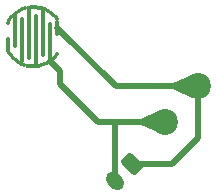
<source format=gbr>
%TF.GenerationSoftware,KiCad,Pcbnew,7.0.9*%
%TF.CreationDate,2023-12-20T17:36:05-07:00*%
%TF.ProjectId,vb_controller_shoulder_right_pcb,76625f63-6f6e-4747-926f-6c6c65725f73,4a*%
%TF.SameCoordinates,Original*%
%TF.FileFunction,Copper,L1,Top*%
%TF.FilePolarity,Positive*%
%FSLAX46Y46*%
G04 Gerber Fmt 4.6, Leading zero omitted, Abs format (unit mm)*
G04 Created by KiCad (PCBNEW 7.0.9) date 2023-12-20 17:36:05*
%MOMM*%
%LPD*%
G01*
G04 APERTURE LIST*
G04 Aperture macros list*
%AMRoundRect*
0 Rectangle with rounded corners*
0 $1 Rounding radius*
0 $2 $3 $4 $5 $6 $7 $8 $9 X,Y pos of 4 corners*
0 Add a 4 corners polygon primitive as box body*
4,1,4,$2,$3,$4,$5,$6,$7,$8,$9,$2,$3,0*
0 Add four circle primitives for the rounded corners*
1,1,$1+$1,$2,$3*
1,1,$1+$1,$4,$5*
1,1,$1+$1,$6,$7*
1,1,$1+$1,$8,$9*
0 Add four rect primitives between the rounded corners*
20,1,$1+$1,$2,$3,$4,$5,0*
20,1,$1+$1,$4,$5,$6,$7,0*
20,1,$1+$1,$6,$7,$8,$9,0*
20,1,$1+$1,$8,$9,$2,$3,0*%
%AMHorizOval*
0 Thick line with rounded ends*
0 $1 width*
0 $2 $3 position (X,Y) of the first rounded end (center of the circle)*
0 $4 $5 position (X,Y) of the second rounded end (center of the circle)*
0 Add line between two ends*
20,1,$1,$2,$3,$4,$5,0*
0 Add two circle primitives to create the rounded ends*
1,1,$1,$2,$3*
1,1,$1,$4,$5*%
%AMRotRect*
0 Rectangle, with rotation*
0 The origin of the aperture is its center*
0 $1 length*
0 $2 width*
0 $3 Rotation angle, in degrees counterclockwise*
0 Add horizontal line*
21,1,$1,$2,0,0,$3*%
G04 Aperture macros list end*
%TA.AperFunction,SMDPad,CuDef*%
%ADD10RotRect,0.300000X0.300000X271.239585*%
%TD*%
%TA.AperFunction,SMDPad,CuDef*%
%ADD11RotRect,0.300000X0.300000X264.753270*%
%TD*%
%TA.AperFunction,SMDPad,CuDef*%
%ADD12RotRect,0.300000X0.300000X277.725900*%
%TD*%
%TA.AperFunction,SMDPad,CuDef*%
%ADD13RotRect,0.300000X0.300000X258.266956*%
%TD*%
%TA.AperFunction,SMDPad,CuDef*%
%ADD14RotRect,0.300000X0.300000X284.212214*%
%TD*%
%TA.AperFunction,SMDPad,CuDef*%
%ADD15RotRect,0.300000X0.300000X251.780641*%
%TD*%
%TA.AperFunction,SMDPad,CuDef*%
%ADD16RotRect,0.300000X0.300000X290.698529*%
%TD*%
%TA.AperFunction,SMDPad,CuDef*%
%ADD17RotRect,0.300000X0.300000X245.294326*%
%TD*%
%TA.AperFunction,SMDPad,CuDef*%
%ADD18RotRect,0.300000X0.300000X297.184844*%
%TD*%
%TA.AperFunction,SMDPad,CuDef*%
%ADD19RotRect,0.300000X0.300000X238.808012*%
%TD*%
%TA.AperFunction,SMDPad,CuDef*%
%ADD20RotRect,0.300000X0.300000X303.671158*%
%TD*%
%TA.AperFunction,SMDPad,CuDef*%
%ADD21RotRect,0.300000X0.300000X232.321697*%
%TD*%
%TA.AperFunction,SMDPad,CuDef*%
%ADD22RotRect,0.300000X0.300000X310.157473*%
%TD*%
%TA.AperFunction,SMDPad,CuDef*%
%ADD23RotRect,0.300000X0.300000X225.835382*%
%TD*%
%TA.AperFunction,SMDPad,CuDef*%
%ADD24RotRect,0.300000X0.300000X316.643788*%
%TD*%
%TA.AperFunction,SMDPad,CuDef*%
%ADD25RotRect,0.300000X0.300000X219.349068*%
%TD*%
%TA.AperFunction,SMDPad,CuDef*%
%ADD26RotRect,0.300000X0.300000X323.130102*%
%TD*%
%TA.AperFunction,SMDPad,CuDef*%
%ADD27RotRect,0.300000X0.300000X212.862753*%
%TD*%
%TA.AperFunction,SMDPad,CuDef*%
%ADD28RotRect,0.300000X0.300000X208.357637*%
%TD*%
%TA.AperFunction,SMDPad,CuDef*%
%ADD29O,0.300000X1.187434*%
%TD*%
%TA.AperFunction,SMDPad,CuDef*%
%ADD30O,0.300000X3.377409*%
%TD*%
%TA.AperFunction,SMDPad,CuDef*%
%ADD31O,0.300000X3.967623*%
%TD*%
%TA.AperFunction,SMDPad,CuDef*%
%ADD32O,0.300000X4.506459*%
%TD*%
%TA.AperFunction,SMDPad,CuDef*%
%ADD33O,0.300000X4.434032*%
%TD*%
%TA.AperFunction,SMDPad,CuDef*%
%ADD34O,0.300000X4.169127*%
%TD*%
%TA.AperFunction,SMDPad,CuDef*%
%ADD35O,0.300000X2.937844*%
%TD*%
%TA.AperFunction,SMDPad,CuDef*%
%ADD36O,0.300000X1.500000*%
%TD*%
%TA.AperFunction,SMDPad,CuDef*%
%ADD37RotRect,0.300000X0.300000X151.642363*%
%TD*%
%TA.AperFunction,SMDPad,CuDef*%
%ADD38RotRect,0.300000X0.300000X145.156049*%
%TD*%
%TA.AperFunction,SMDPad,CuDef*%
%ADD39RotRect,0.300000X0.300000X36.869898*%
%TD*%
%TA.AperFunction,SMDPad,CuDef*%
%ADD40RotRect,0.300000X0.300000X138.669734*%
%TD*%
%TA.AperFunction,SMDPad,CuDef*%
%ADD41RotRect,0.300000X0.300000X41.375014*%
%TD*%
%TA.AperFunction,SMDPad,CuDef*%
%ADD42RotRect,0.300000X0.300000X132.183419*%
%TD*%
%TA.AperFunction,SMDPad,CuDef*%
%ADD43RotRect,0.300000X0.300000X47.861329*%
%TD*%
%TA.AperFunction,SMDPad,CuDef*%
%ADD44RotRect,0.300000X0.300000X125.697105*%
%TD*%
%TA.AperFunction,SMDPad,CuDef*%
%ADD45RotRect,0.300000X0.300000X54.347643*%
%TD*%
%TA.AperFunction,SMDPad,CuDef*%
%ADD46RotRect,0.300000X0.300000X119.210790*%
%TD*%
%TA.AperFunction,SMDPad,CuDef*%
%ADD47RotRect,0.300000X0.300000X60.833958*%
%TD*%
%TA.AperFunction,SMDPad,CuDef*%
%ADD48RotRect,0.300000X0.300000X112.724475*%
%TD*%
%TA.AperFunction,SMDPad,CuDef*%
%ADD49RotRect,0.300000X0.300000X67.320273*%
%TD*%
%TA.AperFunction,SMDPad,CuDef*%
%ADD50RotRect,0.300000X0.300000X106.238161*%
%TD*%
%TA.AperFunction,SMDPad,CuDef*%
%ADD51RotRect,0.300000X0.300000X73.806588*%
%TD*%
%TA.AperFunction,SMDPad,CuDef*%
%ADD52RotRect,0.300000X0.300000X99.751846*%
%TD*%
%TA.AperFunction,SMDPad,CuDef*%
%ADD53RotRect,0.300000X0.300000X80.292902*%
%TD*%
%TA.AperFunction,SMDPad,CuDef*%
%ADD54RotRect,0.300000X0.300000X93.265531*%
%TD*%
%TA.AperFunction,SMDPad,CuDef*%
%ADD55RotRect,0.300000X0.300000X86.779217*%
%TD*%
%TA.AperFunction,ComponentPad*%
%ADD56C,2.200000*%
%TD*%
%TA.AperFunction,ComponentPad*%
%ADD57RoundRect,0.250000X-0.194454X0.689429X-0.689429X0.194454X0.194454X-0.689429X0.689429X-0.194454X0*%
%TD*%
%TA.AperFunction,ComponentPad*%
%ADD58HorizOval,1.200000X-0.194454X0.194454X0.194454X-0.194454X0*%
%TD*%
%TA.AperFunction,Conductor*%
%ADD59C,0.500000*%
%TD*%
G04 APERTURE END LIST*
D10*
%TO.P,SW9,1,1*%
%TO.N,Net-(J1-Pin_2)*%
X118154082Y-111299414D03*
D11*
X117871389Y-111289525D03*
D12*
X118436085Y-111277306D03*
D13*
X117591620Y-111247764D03*
D14*
X118713785Y-111223482D03*
D15*
X117318361Y-111174666D03*
D16*
X118983627Y-111138632D03*
D17*
X117055108Y-111071166D03*
D18*
X119242156Y-111023843D03*
D19*
X116805232Y-110938591D03*
D20*
X119486063Y-110880583D03*
D21*
X116571932Y-110778637D03*
D22*
X119712226Y-110710687D03*
D23*
X116358195Y-110593352D03*
D24*
X119917748Y-110516330D03*
D25*
X116166757Y-110385108D03*
D26*
X120100000Y-110299999D03*
D27*
X116000069Y-110156571D03*
D28*
X115900001Y-109987434D03*
D29*
X115900000Y-109393717D03*
D30*
X119500000Y-109182526D03*
D31*
X117100000Y-109107476D03*
D32*
X118300000Y-109038757D03*
D33*
%TO.P,SW9,2,2*%
%TO.N,Net-(J1-Pin_1)*%
X117700000Y-108549224D03*
D34*
X118900000Y-108516020D03*
D35*
X116500000Y-108347985D03*
D36*
X120100000Y-108050000D03*
D37*
X115900000Y-107612566D03*
D38*
X116048223Y-107371642D03*
D39*
X120100000Y-107300001D03*
D40*
X116222712Y-107149004D03*
D41*
X119975998Y-107147539D03*
D42*
X116421235Y-106947503D03*
D43*
X119777318Y-106946193D03*
D44*
X116641250Y-106769718D03*
D45*
X119557164Y-106768579D03*
D46*
X116879940Y-106617925D03*
D47*
X119318355Y-106616973D03*
D48*
X117134250Y-106494068D03*
D49*
X119063948Y-106493314D03*
D50*
X117400924Y-106399731D03*
D51*
X118797201Y-106399186D03*
D52*
X117676547Y-106336124D03*
D53*
X118521528Y-106335794D03*
D54*
X117957592Y-106304060D03*
D55*
X118240459Y-106303949D03*
%TD*%
D56*
%TO.P,JW8,1,1*%
%TO.N,Net-(J1-Pin_1)*%
X132000000Y-113000000D03*
%TD*%
%TO.P,JW5,1,1*%
%TO.N,Net-(J1-Pin_2)*%
X129250000Y-116000000D03*
%TD*%
D57*
%TO.P,J1,1,Pin_1*%
%TO.N,Net-(J1-Pin_1)*%
X126400000Y-119600000D03*
D58*
%TO.P,J1,2,Pin_2*%
%TO.N,Net-(J1-Pin_2)*%
X124985786Y-121014214D03*
%TD*%
D59*
%TO.N,Net-(J1-Pin_1)*%
X125050000Y-113000000D02*
X132000000Y-113000000D01*
X126400000Y-119600000D02*
X129800000Y-119600000D01*
X129800000Y-119600000D02*
X132000000Y-117400000D01*
X120100000Y-108050000D02*
X125050000Y-113000000D01*
X132000000Y-117400000D02*
X132000000Y-113000000D01*
%TO.N,Net-(J1-Pin_2)*%
X124985786Y-121014214D02*
X124985786Y-116014214D01*
X120350000Y-112800000D02*
X123550000Y-116000000D01*
X124985786Y-116014214D02*
X125000000Y-116000000D01*
X120350000Y-112800000D02*
X120350000Y-111744520D01*
X125000000Y-116000000D02*
X123550000Y-116000000D01*
X120350000Y-111744520D02*
X119486063Y-110880583D01*
X129250000Y-116000000D02*
X125000000Y-116000000D01*
%TD*%
%TA.AperFunction,Conductor*%
%TO.N,Net-(J1-Pin_2)*%
G36*
X128809470Y-115010684D02*
G01*
X128809498Y-115010746D01*
X129248872Y-115995232D01*
X129249115Y-116004183D01*
X129248872Y-116004768D01*
X128809498Y-116989253D01*
X128802997Y-116995412D01*
X128794046Y-116995169D01*
X128793984Y-116995141D01*
X127156870Y-116253113D01*
X127150749Y-116246577D01*
X127150000Y-116242457D01*
X127150000Y-115757542D01*
X127153427Y-115749269D01*
X127156870Y-115746886D01*
X128793985Y-115004857D01*
X128802934Y-115004563D01*
X128809470Y-115010684D01*
G37*
%TD.AperFunction*%
%TD*%
%TA.AperFunction,Conductor*%
%TO.N,Net-(J1-Pin_1)*%
G36*
X131559470Y-112010684D02*
G01*
X131559498Y-112010746D01*
X131998872Y-112995232D01*
X131999115Y-113004183D01*
X131998872Y-113004768D01*
X131559498Y-113989253D01*
X131552997Y-113995412D01*
X131544046Y-113995169D01*
X131543984Y-113995141D01*
X129906870Y-113253113D01*
X129900749Y-113246577D01*
X129900000Y-113242457D01*
X129900000Y-112757542D01*
X129903427Y-112749269D01*
X129906870Y-112746886D01*
X131543985Y-112004857D01*
X131552934Y-112004563D01*
X131559470Y-112010684D01*
G37*
%TD.AperFunction*%
%TD*%
M02*

</source>
